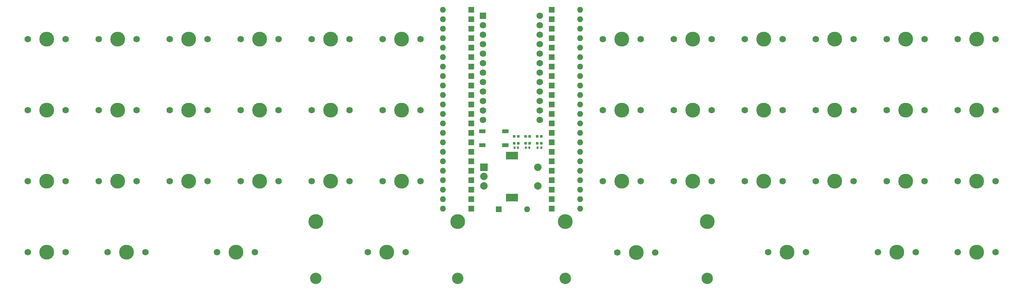
<source format=gbr>
%TF.GenerationSoftware,KiCad,Pcbnew,(6.0.7)*%
%TF.CreationDate,2023-01-10T09:53:11+01:00*%
%TF.ProjectId,skoosk pcb rgb,736b6f6f-736b-4207-9063-62207267622e,rev?*%
%TF.SameCoordinates,Original*%
%TF.FileFunction,Soldermask,Top*%
%TF.FilePolarity,Negative*%
%FSLAX46Y46*%
G04 Gerber Fmt 4.6, Leading zero omitted, Abs format (unit mm)*
G04 Created by KiCad (PCBNEW (6.0.7)) date 2023-01-10 09:53:11*
%MOMM*%
%LPD*%
G01*
G04 APERTURE LIST*
G04 Aperture macros list*
%AMRoundRect*
0 Rectangle with rounded corners*
0 $1 Rounding radius*
0 $2 $3 $4 $5 $6 $7 $8 $9 X,Y pos of 4 corners*
0 Add a 4 corners polygon primitive as box body*
4,1,4,$2,$3,$4,$5,$6,$7,$8,$9,$2,$3,0*
0 Add four circle primitives for the rounded corners*
1,1,$1+$1,$2,$3*
1,1,$1+$1,$4,$5*
1,1,$1+$1,$6,$7*
1,1,$1+$1,$8,$9*
0 Add four rect primitives between the rounded corners*
20,1,$1+$1,$2,$3,$4,$5,0*
20,1,$1+$1,$4,$5,$6,$7,0*
20,1,$1+$1,$6,$7,$8,$9,0*
20,1,$1+$1,$8,$9,$2,$3,0*%
G04 Aperture macros list end*
%ADD10R,1.600000X1.600000*%
%ADD11O,1.600000X1.600000*%
%ADD12C,1.750000*%
%ADD13C,3.987800*%
%ADD14R,0.700000X0.700000*%
%ADD15R,1.752600X1.752600*%
%ADD16C,1.752600*%
%ADD17C,3.048000*%
%ADD18R,2.000000X2.000000*%
%ADD19C,2.000000*%
%ADD20R,3.200000X2.000000*%
%ADD21RoundRect,0.140000X-0.140000X-0.170000X0.140000X-0.170000X0.140000X0.170000X-0.140000X0.170000X0*%
%ADD22R,1.800000X1.100000*%
G04 APERTURE END LIST*
D10*
%TO.C,D28*%
X128270000Y-51689000D03*
D11*
X120650000Y-51689000D03*
%TD*%
D12*
%TO.C,MX30*%
X114617500Y-59563000D03*
X104457500Y-59563000D03*
D13*
X109537500Y-59563000D03*
%TD*%
D14*
%TO.C,Drgb2*%
X143933000Y-47503700D03*
X142833000Y-47503700D03*
X142833000Y-49333700D03*
X143933000Y-49333700D03*
%TD*%
D15*
%TO.C,U1*%
X131445000Y-15194700D03*
D16*
X131445000Y-17734700D03*
X131445000Y-20274700D03*
X131445000Y-22814700D03*
X131445000Y-25354700D03*
X131445000Y-27894700D03*
X131445000Y-30434700D03*
X131445000Y-32974700D03*
X131445000Y-35514700D03*
X131445000Y-38054700D03*
X131445000Y-40594700D03*
X131445000Y-43134700D03*
X146685000Y-43134700D03*
X146685000Y-40594700D03*
X146685000Y-38054700D03*
X146685000Y-35514700D03*
X146685000Y-32974700D03*
X146685000Y-30434700D03*
X146685000Y-27894700D03*
X146685000Y-25354700D03*
X146685000Y-22814700D03*
X146685000Y-20274700D03*
X146685000Y-17734700D03*
X146685000Y-15194700D03*
%TD*%
D12*
%TO.C,MX16*%
X76517500Y-40513000D03*
D13*
X71437500Y-40513000D03*
D12*
X66357500Y-40513000D03*
%TD*%
D10*
%TO.C,D3*%
X128270000Y-18669000D03*
D11*
X120650000Y-18669000D03*
%TD*%
D13*
%TO.C,MX14*%
X33337500Y-40513000D03*
D12*
X28257500Y-40513000D03*
X38417500Y-40513000D03*
%TD*%
D13*
%TO.C,MX44*%
X263906000Y-78613000D03*
D12*
X268986000Y-78613000D03*
X258826000Y-78613000D03*
%TD*%
%TO.C,MX28*%
X76517500Y-59563000D03*
X66357500Y-59563000D03*
D13*
X71437500Y-59563000D03*
%TD*%
D10*
%TO.C,D14*%
X128270000Y-31369000D03*
D11*
X120650000Y-31369000D03*
%TD*%
D10*
%TO.C,D43*%
X149860000Y-61849000D03*
D11*
X157480000Y-61849000D03*
%TD*%
D17*
%TO.C,MX41*%
X153501100Y-85604000D03*
X191601100Y-85604000D03*
D13*
X172551100Y-78619000D03*
X191601100Y-70364000D03*
X153501100Y-70364000D03*
D12*
X167471100Y-78619000D03*
X177631100Y-78619000D03*
%TD*%
D10*
%TO.C,D2*%
X128270000Y-16129000D03*
D11*
X120650000Y-16129000D03*
%TD*%
D10*
%TO.C,D23*%
X149860000Y-31369000D03*
D11*
X157480000Y-31369000D03*
%TD*%
D12*
%TO.C,MX35*%
X239776000Y-59563000D03*
D13*
X244856000Y-59563000D03*
D12*
X249936000Y-59563000D03*
%TD*%
%TO.C,MX24*%
X258826000Y-40513000D03*
X268986000Y-40513000D03*
D13*
X263906000Y-40513000D03*
%TD*%
%TO.C,MX43*%
X242468400Y-78613000D03*
D12*
X237388400Y-78613000D03*
X247548400Y-78613000D03*
%TD*%
D18*
%TO.C,SW2*%
X131692000Y-55793000D03*
D19*
X131692000Y-60793000D03*
X131692000Y-58293000D03*
D20*
X139192000Y-52693000D03*
X139192000Y-63893000D03*
D19*
X146192000Y-60793000D03*
X146192000Y-55793000D03*
%TD*%
D10*
%TO.C,D6*%
X128270000Y-26289000D03*
D11*
X120650000Y-26289000D03*
%TD*%
D13*
%TO.C,MX26*%
X33337500Y-59563000D03*
D12*
X28257500Y-59563000D03*
X38417500Y-59563000D03*
%TD*%
D10*
%TO.C,D34*%
X149860000Y-49149000D03*
D11*
X157480000Y-49149000D03*
%TD*%
D21*
%TO.C,Crgb3*%
X146106000Y-50546000D03*
X147066000Y-50546000D03*
%TD*%
D12*
%TO.C,MX7*%
X173736000Y-21463000D03*
D13*
X168656000Y-21463000D03*
D12*
X163576000Y-21463000D03*
%TD*%
D21*
%TO.C,Crgb2*%
X142931000Y-50546000D03*
X143891000Y-50546000D03*
%TD*%
D22*
%TO.C,SW1*%
X137466000Y-49856000D03*
X131266000Y-46156000D03*
X137466000Y-46156000D03*
X131266000Y-49856000D03*
%TD*%
D13*
%TO.C,MX5*%
X90487500Y-21463000D03*
D12*
X95567500Y-21463000D03*
X85407500Y-21463000D03*
%TD*%
D10*
%TO.C,D5*%
X128270000Y-23749000D03*
D11*
X120650000Y-23749000D03*
%TD*%
D13*
%TO.C,MX15*%
X52387500Y-40513000D03*
D12*
X57467500Y-40513000D03*
X47307500Y-40513000D03*
%TD*%
D10*
%TO.C,D40*%
X128270000Y-66929000D03*
D11*
X120650000Y-66929000D03*
%TD*%
D10*
%TO.C,D4*%
X128270000Y-21209000D03*
D11*
X120650000Y-21209000D03*
%TD*%
D10*
%TO.C,D24*%
X149860000Y-28829000D03*
D11*
X157480000Y-28829000D03*
%TD*%
D12*
%TO.C,MX18*%
X104457500Y-40513000D03*
D13*
X109537500Y-40513000D03*
D12*
X114617500Y-40513000D03*
%TD*%
%TO.C,MX21*%
X211836000Y-40513000D03*
X201676000Y-40513000D03*
D13*
X206756000Y-40513000D03*
%TD*%
D10*
%TO.C,D39*%
X128270000Y-64389000D03*
D11*
X120650000Y-64389000D03*
%TD*%
D13*
%TO.C,MX11*%
X244856000Y-21463000D03*
D12*
X249936000Y-21463000D03*
X239776000Y-21463000D03*
%TD*%
D10*
%TO.C,D27*%
X128270000Y-49149000D03*
D11*
X120650000Y-49149000D03*
%TD*%
D10*
%TO.C,D30*%
X128270000Y-56769000D03*
D11*
X120650000Y-56769000D03*
%TD*%
D10*
%TO.C,D22*%
X149860000Y-33909000D03*
D11*
X157480000Y-33909000D03*
%TD*%
D10*
%TO.C,D18*%
X128270000Y-41529000D03*
D11*
X120650000Y-41529000D03*
%TD*%
D13*
%TO.C,MX40*%
X105613200Y-78613000D03*
X86563200Y-70358000D03*
D17*
X124663200Y-85598000D03*
X86563200Y-85598000D03*
D12*
X100533200Y-78613000D03*
D13*
X124663200Y-70358000D03*
D12*
X110693200Y-78613000D03*
%TD*%
D10*
%TO.C,D21*%
X149860000Y-36449000D03*
D11*
X157480000Y-36449000D03*
%TD*%
D10*
%TO.C,D36*%
X149860000Y-44069000D03*
D11*
X157480000Y-44069000D03*
%TD*%
D13*
%TO.C,MX10*%
X225806000Y-21463000D03*
D12*
X220726000Y-21463000D03*
X230886000Y-21463000D03*
%TD*%
D10*
%TO.C,D31*%
X149860000Y-56769000D03*
D11*
X157480000Y-56769000D03*
%TD*%
D10*
%TO.C,D32*%
X149860000Y-54229000D03*
D11*
X157480000Y-54229000D03*
%TD*%
D13*
%TO.C,MX4*%
X71437500Y-21463000D03*
D12*
X76517500Y-21463000D03*
X66357500Y-21463000D03*
%TD*%
D14*
%TO.C,Drgb3*%
X147108000Y-47503700D03*
X146008000Y-47503700D03*
X146008000Y-49333700D03*
X147108000Y-49333700D03*
%TD*%
D12*
%TO.C,MX32*%
X182626000Y-59563000D03*
D13*
X187706000Y-59563000D03*
D12*
X192786000Y-59563000D03*
%TD*%
%TO.C,MX22*%
X230886000Y-40513000D03*
D13*
X225806000Y-40513000D03*
D12*
X220726000Y-40513000D03*
%TD*%
D10*
%TO.C,D35*%
X149860000Y-46609000D03*
D11*
X157480000Y-46609000D03*
%TD*%
D10*
%TO.C,D12*%
X149860000Y-13589000D03*
D11*
X157480000Y-13589000D03*
%TD*%
D12*
%TO.C,MX27*%
X47307500Y-59563000D03*
X57467500Y-59563000D03*
D13*
X52387500Y-59563000D03*
%TD*%
D12*
%TO.C,MX36*%
X258826000Y-59563000D03*
X268986000Y-59563000D03*
D13*
X263906000Y-59563000D03*
%TD*%
D10*
%TO.C,D9*%
X149860000Y-21209000D03*
D11*
X157480000Y-21209000D03*
%TD*%
D13*
%TO.C,MX20*%
X187706000Y-40513000D03*
D12*
X182626000Y-40513000D03*
X192786000Y-40513000D03*
%TD*%
D10*
%TO.C,D15*%
X128270000Y-33909000D03*
D11*
X120650000Y-33909000D03*
%TD*%
D10*
%TO.C,D51*%
X135636000Y-67056000D03*
D11*
X143256000Y-67056000D03*
%TD*%
D10*
%TO.C,D7*%
X149860000Y-26289000D03*
D11*
X157480000Y-26289000D03*
%TD*%
D12*
%TO.C,MX25*%
X9207500Y-59563000D03*
X19367500Y-59563000D03*
D13*
X14287500Y-59563000D03*
%TD*%
D10*
%TO.C,D33*%
X149860000Y-51689000D03*
D11*
X157480000Y-51689000D03*
%TD*%
D10*
%TO.C,D17*%
X128270000Y-38989000D03*
D11*
X120650000Y-38989000D03*
%TD*%
D10*
%TO.C,D16*%
X128270000Y-36449000D03*
D11*
X120650000Y-36449000D03*
%TD*%
D12*
%TO.C,MX42*%
X218109800Y-78613000D03*
D13*
X213029800Y-78613000D03*
D12*
X207949800Y-78613000D03*
%TD*%
%TO.C,MX33*%
X201676000Y-59563000D03*
D13*
X206756000Y-59563000D03*
D12*
X211836000Y-59563000D03*
%TD*%
%TO.C,MX38*%
X40792400Y-78613000D03*
D13*
X35712400Y-78613000D03*
D12*
X30632400Y-78613000D03*
%TD*%
D13*
%TO.C,MX13*%
X14287500Y-40513000D03*
D12*
X9207500Y-40513000D03*
X19367500Y-40513000D03*
%TD*%
D10*
%TO.C,D42*%
X149860000Y-64389000D03*
D11*
X157480000Y-64389000D03*
%TD*%
D12*
%TO.C,MX6*%
X104457500Y-21463000D03*
D13*
X109537500Y-21463000D03*
D12*
X114617500Y-21463000D03*
%TD*%
%TO.C,MX3*%
X47307500Y-21463000D03*
X57467500Y-21463000D03*
D13*
X52387500Y-21463000D03*
%TD*%
D12*
%TO.C,MX2*%
X38417500Y-21463000D03*
D13*
X33337500Y-21463000D03*
D12*
X28257500Y-21463000D03*
%TD*%
%TO.C,MX17*%
X85407500Y-40513000D03*
X95567500Y-40513000D03*
D13*
X90487500Y-40513000D03*
%TD*%
D10*
%TO.C,D11*%
X149860000Y-16129000D03*
D11*
X157480000Y-16129000D03*
%TD*%
D12*
%TO.C,MX1*%
X19367500Y-21463000D03*
X9207500Y-21463000D03*
D13*
X14287500Y-21463000D03*
%TD*%
D10*
%TO.C,D25*%
X128270000Y-44069000D03*
D11*
X120650000Y-44069000D03*
%TD*%
D13*
%TO.C,MX37*%
X14287500Y-78613000D03*
D12*
X9207500Y-78613000D03*
X19367500Y-78613000D03*
%TD*%
%TO.C,MX39*%
X60045600Y-78613000D03*
X70205600Y-78613000D03*
D13*
X65125600Y-78613000D03*
%TD*%
D10*
%TO.C,D19*%
X149860000Y-41529000D03*
D11*
X157480000Y-41529000D03*
%TD*%
D10*
%TO.C,D8*%
X149860000Y-23749000D03*
D11*
X157480000Y-23749000D03*
%TD*%
D13*
%TO.C,MX23*%
X244856000Y-40513000D03*
D12*
X239776000Y-40513000D03*
X249936000Y-40513000D03*
%TD*%
D10*
%TO.C,D44*%
X149860000Y-59309000D03*
D11*
X157480000Y-59309000D03*
%TD*%
D12*
%TO.C,MX9*%
X201676000Y-21463000D03*
D13*
X206756000Y-21463000D03*
D12*
X211836000Y-21463000D03*
%TD*%
D10*
%TO.C,D20*%
X149860000Y-38989000D03*
D11*
X157480000Y-38989000D03*
%TD*%
D12*
%TO.C,MX34*%
X230886000Y-59563000D03*
X220726000Y-59563000D03*
D13*
X225806000Y-59563000D03*
%TD*%
D10*
%TO.C,D26*%
X128270000Y-46609000D03*
D11*
X120650000Y-46609000D03*
%TD*%
D14*
%TO.C,Drgb1*%
X140885000Y-47503700D03*
X139785000Y-47503700D03*
X139785000Y-49333700D03*
X140885000Y-49333700D03*
%TD*%
D21*
%TO.C,Crgb1*%
X139855000Y-50546000D03*
X140815000Y-50546000D03*
%TD*%
D10*
%TO.C,D1*%
X128270000Y-13589000D03*
D11*
X120650000Y-13589000D03*
%TD*%
D10*
%TO.C,D13*%
X128270000Y-28829000D03*
D11*
X120650000Y-28829000D03*
%TD*%
D12*
%TO.C,MX19*%
X173736000Y-40513000D03*
D13*
X168656000Y-40513000D03*
D12*
X163576000Y-40513000D03*
%TD*%
D10*
%TO.C,D29*%
X128270000Y-54229000D03*
D11*
X120650000Y-54229000D03*
%TD*%
D12*
%TO.C,MX12*%
X268986000Y-21463000D03*
X258826000Y-21463000D03*
D13*
X263906000Y-21463000D03*
%TD*%
D10*
%TO.C,D10*%
X149860000Y-18669000D03*
D11*
X157480000Y-18669000D03*
%TD*%
D10*
%TO.C,D41*%
X149860000Y-66929000D03*
D11*
X157480000Y-66929000D03*
%TD*%
D12*
%TO.C,MX31*%
X163576000Y-59563000D03*
X173736000Y-59563000D03*
D13*
X168656000Y-59563000D03*
%TD*%
D10*
%TO.C,D37*%
X128270000Y-59309000D03*
D11*
X120650000Y-59309000D03*
%TD*%
D12*
%TO.C,MX29*%
X95567500Y-59563000D03*
X85407500Y-59563000D03*
D13*
X90487500Y-59563000D03*
%TD*%
%TO.C,MX8*%
X187706000Y-21463000D03*
D12*
X182626000Y-21463000D03*
X192786000Y-21463000D03*
%TD*%
D10*
%TO.C,D38*%
X128270000Y-61849000D03*
D11*
X120650000Y-61849000D03*
%TD*%
M02*

</source>
